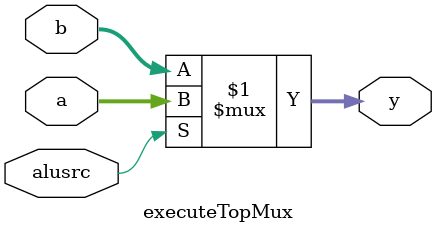
<source format=v>
`timescale 1ns / 1ps


module executeTopMux(
    output wire [31:0] y,
    input  wire [31:0] a,    // s_extend (immediate)
    input  wire [31:0] b,    // rdata2 (rt)
    input  wire        alusrc
);

    assign y = alusrc ? a : b;

endmodule
</source>
